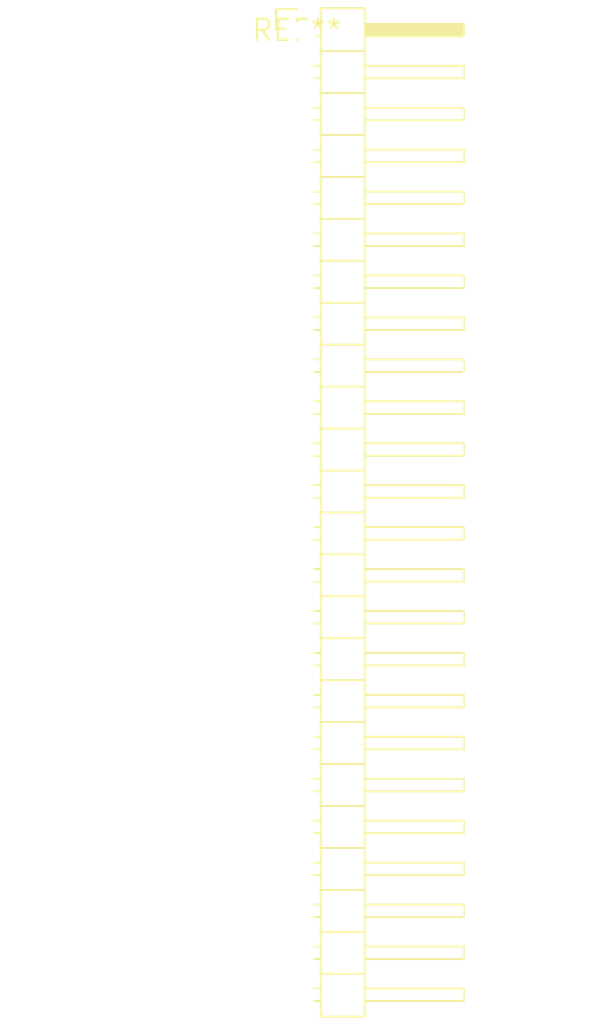
<source format=kicad_pcb>
(kicad_pcb (version 20240108) (generator pcbnew)
  (layers (0 "F.Cu" signal) (31 "B.Cu" signal) (34 "B.Paste" user) (35 "F.Paste" user) (36 "B.SilkS" user "B.Silkscreen") (37 "F.SilkS" user "F.Silkscreen") (38 "B.Mask" user) (39 "F.Mask" user) (44 "Edge.Cuts" user))
  (net 0 "")
  (footprint "PinHeader_1x24_P2.54mm_Horizontal" (layer "F.Cu") (at 0 0)
    (property "Reference" "REF**")
    (property "Value" "PinHeader_1x24_P2.54mm_Horizontal")
    (fp_line (start -1.27 -1.27) (end 0 -1.27) (layer "F.SilkS") (stroke (width 0.12)))
    (fp_line (start -1.27 0) (end -1.27 -1.27) (layer "F.SilkS") (stroke (width 0.12)))
    (fp_line (start 1.042929 2.16) (end 1.44 2.16) (layer "F.SilkS") (stroke (width 0.12)))
    (fp_line (start 1.042929 2.92) (end 1.44 2.92) (layer "F.SilkS") (stroke (width 0.12)))
    (fp_line (start 1.042929 4.7) (end 1.44 4.7) (layer "F.SilkS") (stroke (width 0.12)))
    (fp_line (start 1.042929 5.46) (end 1.44 5.46) (layer "F.SilkS") (stroke (width 0.12)))
    (fp_line (start 1.042929 7.24) (end 1.44 7.24) (layer "F.SilkS") (stroke (width 0.12)))
    (fp_line (start 1.042929 8) (end 1.44 8) (layer "F.SilkS") (stroke (width 0.12)))
    (fp_line (start 1.042929 9.78) (end 1.44 9.78) (layer "F.SilkS") (stroke (width 0.12)))
    (fp_line (start 1.042929 10.54) (end 1.44 10.54) (layer "F.SilkS") (stroke (width 0.12)))
    (fp_line (start 1.042929 12.32) (end 1.44 12.32) (layer "F.SilkS") (stroke (width 0.12)))
    (fp_line (start 1.042929 13.08) (end 1.44 13.08) (layer "F.SilkS") (stroke (width 0.12)))
    (fp_line (start 1.042929 14.86) (end 1.44 14.86) (layer "F.SilkS") (stroke (width 0.12)))
    (fp_line (start 1.042929 15.62) (end 1.44 15.62) (layer "F.SilkS") (stroke (width 0.12)))
    (fp_line (start 1.042929 17.4) (end 1.44 17.4) (layer "F.SilkS") (stroke (width 0.12)))
    (fp_line (start 1.042929 18.16) (end 1.44 18.16) (layer "F.SilkS") (stroke (width 0.12)))
    (fp_line (start 1.042929 19.94) (end 1.44 19.94) (layer "F.SilkS") (stroke (width 0.12)))
    (fp_line (start 1.042929 20.7) (end 1.44 20.7) (layer "F.SilkS") (stroke (width 0.12)))
    (fp_line (start 1.042929 22.48) (end 1.44 22.48) (layer "F.SilkS") (stroke (width 0.12)))
    (fp_line (start 1.042929 23.24) (end 1.44 23.24) (layer "F.SilkS") (stroke (width 0.12)))
    (fp_line (start 1.042929 25.02) (end 1.44 25.02) (layer "F.SilkS") (stroke (width 0.12)))
    (fp_line (start 1.042929 25.78) (end 1.44 25.78) (layer "F.SilkS") (stroke (width 0.12)))
    (fp_line (start 1.042929 27.56) (end 1.44 27.56) (layer "F.SilkS") (stroke (width 0.12)))
    (fp_line (start 1.042929 28.32) (end 1.44 28.32) (layer "F.SilkS") (stroke (width 0.12)))
    (fp_line (start 1.042929 30.1) (end 1.44 30.1) (layer "F.SilkS") (stroke (width 0.12)))
    (fp_line (start 1.042929 30.86) (end 1.44 30.86) (layer "F.SilkS") (stroke (width 0.12)))
    (fp_line (start 1.042929 32.64) (end 1.44 32.64) (layer "F.SilkS") (stroke (width 0.12)))
    (fp_line (start 1.042929 33.4) (end 1.44 33.4) (layer "F.SilkS") (stroke (width 0.12)))
    (fp_line (start 1.042929 35.18) (end 1.44 35.18) (layer "F.SilkS") (stroke (width 0.12)))
    (fp_line (start 1.042929 35.94) (end 1.44 35.94) (layer "F.SilkS") (stroke (width 0.12)))
    (fp_line (start 1.042929 37.72) (end 1.44 37.72) (layer "F.SilkS") (stroke (width 0.12)))
    (fp_line (start 1.042929 38.48) (end 1.44 38.48) (layer "F.SilkS") (stroke (width 0.12)))
    (fp_line (start 1.042929 40.26) (end 1.44 40.26) (layer "F.SilkS") (stroke (width 0.12)))
    (fp_line (start 1.042929 41.02) (end 1.44 41.02) (layer "F.SilkS") (stroke (width 0.12)))
    (fp_line (start 1.042929 42.8) (end 1.44 42.8) (layer "F.SilkS") (stroke (width 0.12)))
    (fp_line (start 1.042929 43.56) (end 1.44 43.56) (layer "F.SilkS") (stroke (width 0.12)))
    (fp_line (start 1.042929 45.34) (end 1.44 45.34) (layer "F.SilkS") (stroke (width 0.12)))
    (fp_line (start 1.042929 46.1) (end 1.44 46.1) (layer "F.SilkS") (stroke (width 0.12)))
    (fp_line (start 1.042929 47.88) (end 1.44 47.88) (layer "F.SilkS") (stroke (width 0.12)))
    (fp_line (start 1.042929 48.64) (end 1.44 48.64) (layer "F.SilkS") (stroke (width 0.12)))
    (fp_line (start 1.042929 50.42) (end 1.44 50.42) (layer "F.SilkS") (stroke (width 0.12)))
    (fp_line (start 1.042929 51.18) (end 1.44 51.18) (layer "F.SilkS") (stroke (width 0.12)))
    (fp_line (start 1.042929 52.96) (end 1.44 52.96) (layer "F.SilkS") (stroke (width 0.12)))
    (fp_line (start 1.042929 53.72) (end 1.44 53.72) (layer "F.SilkS") (stroke (width 0.12)))
    (fp_line (start 1.042929 55.5) (end 1.44 55.5) (layer "F.SilkS") (stroke (width 0.12)))
    (fp_line (start 1.042929 56.26) (end 1.44 56.26) (layer "F.SilkS") (stroke (width 0.12)))
    (fp_line (start 1.042929 58.04) (end 1.44 58.04) (layer "F.SilkS") (stroke (width 0.12)))
    (fp_line (start 1.042929 58.8) (end 1.44 58.8) (layer "F.SilkS") (stroke (width 0.12)))
    (fp_line (start 1.11 -0.38) (end 1.44 -0.38) (layer "F.SilkS") (stroke (width 0.12)))
    (fp_line (start 1.11 0.38) (end 1.44 0.38) (layer "F.SilkS") (stroke (width 0.12)))
    (fp_line (start 1.44 -1.33) (end 1.44 59.75) (layer "F.SilkS") (stroke (width 0.12)))
    (fp_line (start 1.44 1.27) (end 4.1 1.27) (layer "F.SilkS") (stroke (width 0.12)))
    (fp_line (start 1.44 3.81) (end 4.1 3.81) (layer "F.SilkS") (stroke (width 0.12)))
    (fp_line (start 1.44 6.35) (end 4.1 6.35) (layer "F.SilkS") (stroke (width 0.12)))
    (fp_line (start 1.44 8.89) (end 4.1 8.89) (layer "F.SilkS") (stroke (width 0.12)))
    (fp_line (start 1.44 11.43) (end 4.1 11.43) (layer "F.SilkS") (stroke (width 0.12)))
    (fp_line (start 1.44 13.97) (end 4.1 13.97) (layer "F.SilkS") (stroke (width 0.12)))
    (fp_line (start 1.44 16.51) (end 4.1 16.51) (layer "F.SilkS") (stroke (width 0.12)))
    (fp_line (start 1.44 19.05) (end 4.1 19.05) (layer "F.SilkS") (stroke (width 0.12)))
    (fp_line (start 1.44 21.59) (end 4.1 21.59) (layer "F.SilkS") (stroke (width 0.12)))
    (fp_line (start 1.44 24.13) (end 4.1 24.13) (layer "F.SilkS") (stroke (width 0.12)))
    (fp_line (start 1.44 26.67) (end 4.1 26.67) (layer "F.SilkS") (stroke (width 0.12)))
    (fp_line (start 1.44 29.21) (end 4.1 29.21) (layer "F.SilkS") (stroke (width 0.12)))
    (fp_line (start 1.44 31.75) (end 4.1 31.75) (layer "F.SilkS") (stroke (width 0.12)))
    (fp_line (start 1.44 34.29) (end 4.1 34.29) (layer "F.SilkS") (stroke (width 0.12)))
    (fp_line (start 1.44 36.83) (end 4.1 36.83) (layer "F.SilkS") (stroke (width 0.12)))
    (fp_line (start 1.44 39.37) (end 4.1 39.37) (layer "F.SilkS") (stroke (width 0.12)))
    (fp_line (start 1.44 41.91) (end 4.1 41.91) (layer "F.SilkS") (stroke (width 0.12)))
    (fp_line (start 1.44 44.45) (end 4.1 44.45) (layer "F.SilkS") (stroke (width 0.12)))
    (fp_line (start 1.44 46.99) (end 4.1 46.99) (layer "F.SilkS") (stroke (width 0.12)))
    (fp_line (start 1.44 49.53) (end 4.1 49.53) (layer "F.SilkS") (stroke (width 0.12)))
    (fp_line (start 1.44 52.07) (end 4.1 52.07) (layer "F.SilkS") (stroke (width 0.12)))
    (fp_line (start 1.44 54.61) (end 4.1 54.61) (layer "F.SilkS") (stroke (width 0.12)))
    (fp_line (start 1.44 57.15) (end 4.1 57.15) (layer "F.SilkS") (stroke (width 0.12)))
    (fp_line (start 1.44 59.75) (end 4.1 59.75) (layer "F.SilkS") (stroke (width 0.12)))
    (fp_line (start 4.1 -1.33) (end 1.44 -1.33) (layer "F.SilkS") (stroke (width 0.12)))
    (fp_line (start 4.1 -0.38) (end 10.1 -0.38) (layer "F.SilkS") (stroke (width 0.12)))
    (fp_line (start 4.1 -0.32) (end 10.1 -0.32) (layer "F.SilkS") (stroke (width 0.12)))
    (fp_line (start 4.1 -0.2) (end 10.1 -0.2) (layer "F.SilkS") (stroke (width 0.12)))
    (fp_line (start 4.1 -0.08) (end 10.1 -0.08) (layer "F.SilkS") (stroke (width 0.12)))
    (fp_line (start 4.1 0.04) (end 10.1 0.04) (layer "F.SilkS") (stroke (width 0.12)))
    (fp_line (start 4.1 0.16) (end 10.1 0.16) (layer "F.SilkS") (stroke (width 0.12)))
    (fp_line (start 4.1 0.28) (end 10.1 0.28) (layer "F.SilkS") (stroke (width 0.12)))
    (fp_line (start 4.1 2.16) (end 10.1 2.16) (layer "F.SilkS") (stroke (width 0.12)))
    (fp_line (start 4.1 4.7) (end 10.1 4.7) (layer "F.SilkS") (stroke (width 0.12)))
    (fp_line (start 4.1 7.24) (end 10.1 7.24) (layer "F.SilkS") (stroke (width 0.12)))
    (fp_line (start 4.1 9.78) (end 10.1 9.78) (layer "F.SilkS") (stroke (width 0.12)))
    (fp_line (start 4.1 12.32) (end 10.1 12.32) (layer "F.SilkS") (stroke (width 0.12)))
    (fp_line (start 4.1 14.86) (end 10.1 14.86) (layer "F.SilkS") (stroke (width 0.12)))
    (fp_line (start 4.1 17.4) (end 10.1 17.4) (layer "F.SilkS") (stroke (width 0.12)))
    (fp_line (start 4.1 19.94) (end 10.1 19.94) (layer "F.SilkS") (stroke (width 0.12)))
    (fp_line (start 4.1 22.48) (end 10.1 22.48) (layer "F.SilkS") (stroke (width 0.12)))
    (fp_line (start 4.1 25.02) (end 10.1 25.02) (layer "F.SilkS") (stroke (width 0.12)))
    (fp_line (start 4.1 27.56) (end 10.1 27.56) (layer "F.SilkS") (stroke (width 0.12)))
    (fp_line (start 4.1 30.1) (end 10.1 30.1) (layer "F.SilkS") (stroke (width 0.12)))
    (fp_line (start 4.1 32.64) (end 10.1 32.64) (layer "F.SilkS") (stroke (width 0.12)))
    (fp_line (start 4.1 35.18) (end 10.1 35.18) (layer "F.SilkS") (stroke (width 0.12)))
    (fp_line (start 4.1 37.72) (end 10.1 37.72) (layer "F.SilkS") (stroke (width 0.12)))
    (fp_line (start 4.1 40.26) (end 10.1 40.26) (layer "F.SilkS") (stroke (width 0.12)))
    (fp_line (start 4.1 42.8) (end 10.1 42.8) (layer "F.SilkS") (stroke (width 0.12)))
    (fp_line (start 4.1 45.34) (end 10.1 45.34) (layer "F.SilkS") (stroke (width 0.12)))
    (fp_line (start 4.1 47.88) (end 10.1 47.88) (layer "F.SilkS") (stroke (width 0.12)))
    (fp_line (start 4.1 50.42) (end 10.1 50.42) (layer "F.SilkS") (stroke (width 0.12)))
    (fp_line (start 4.1 52.96) (end 10.1 52.96) (layer "F.SilkS") (stroke (width 0.12)))
    (fp_line (start 4.1 55.5) (end 10.1 55.5) (layer "F.SilkS") (stroke (width 0.12)))
    (fp_line (start 4.1 58.04) (end 10.1 58.04) (layer "F.SilkS") (stroke (width 0.12)))
    (fp_line (start 4.1 59.75) (end 4.1 -1.33) (layer "F.SilkS") (stroke (width 0.12)))
    (fp_line (start 10.1 -0.38) (end 10.1 0.38) (layer "F.SilkS") (stroke (width 0.12)))
    (fp_line (start 10.1 0.38) (end 4.1 0.38) (layer "F.SilkS") (stroke (width 0.12)))
    (fp_line (start 10.1 2.16) (end 10.1 2.92) (layer "F.SilkS") (stroke (width 0.12)))
    (fp_line (start 10.1 2.92) (end 4.1 2.92) (layer "F.SilkS") (stroke (width 0.12)))
    (fp_line (start 10.1 4.7) (end 10.1 5.46) (layer "F.SilkS") (stroke (width 0.12)))
    (fp_line (start 10.1 5.46) (end 4.1 5.46) (layer "F.SilkS") (stroke (width 0.12)))
    (fp_line (start 10.1 7.24) (end 10.1 8) (layer "F.SilkS") (stroke (width 0.12)))
    (fp_line (start 10.1 8) (end 4.1 8) (layer "F.SilkS") (stroke (width 0.12)))
    (fp_line (start 10.1 9.78) (end 10.1 10.54) (layer "F.SilkS") (stroke (width 0.12)))
    (fp_line (start 10.1 10.54) (end 4.1 10.54) (layer "F.SilkS") (stroke (width 0.12)))
    (fp_line (start 10.1 12.32) (end 10.1 13.08) (layer "F.SilkS") (stroke (width 0.12)))
    (fp_line (start 10.1 13.08) (end 4.1 13.08) (layer "F.SilkS") (stroke (width 0.12)))
    (fp_line (start 10.1 14.86) (end 10.1 15.62) (layer "F.SilkS") (stroke (width 0.12)))
    (fp_line (start 10.1 15.62) (end 4.1 15.62) (layer "F.SilkS") (stroke (width 0.12)))
    (fp_line (start 10.1 17.4) (end 10.1 18.16) (layer "F.SilkS") (stroke (width 0.12)))
    (fp_line (start 10.1 18.16) (end 4.1 18.16) (layer "F.SilkS") (stroke (width 0.12)))
    (fp_line (start 10.1 19.94) (end 10.1 20.7) (layer "F.SilkS") (stroke (width 0.12)))
    (fp_line (start 10.1 20.7) (end 4.1 20.7) (layer "F.SilkS") (stroke (width 0.12)))
    (fp_line (start 10.1 22.48) (end 10.1 23.24) (layer "F.SilkS") (stroke (width 0.12)))
    (fp_line (start 10.1 23.24) (end 4.1 23.24) (layer "F.SilkS") (stroke (width 0.12)))
    (fp_line (start 10.1 25.02) (end 10.1 25.78) (layer "F.SilkS") (stroke (width 0.12)))
    (fp_line (start 10.1 25.78) (end 4.1 25.78) (layer "F.SilkS") (stroke (width 0.12)))
    (fp_line (start 10.1 27.56) (end 10.1 28.32) (layer "F.SilkS") (stroke (width 0.12)))
    (fp_line (start 10.1 28.32) (end 4.1 28.32) (layer "F.SilkS") (stroke (width 0.12)))
    (fp_line (start 10.1 30.1) (end 10.1 30.86) (layer "F.SilkS") (stroke (width 0.12)))
    (fp_line (start 10.1 30.86) (end 4.1 30.86) (layer "F.SilkS") (stroke (width 0.12)))
    (fp_line (start 10.1 32.64) (end 10.1 33.4) (layer "F.SilkS") (stroke (width 0.12)))
    (fp_line (start 10.1 33.4) (end 4.1 33.4) (layer "F.SilkS") (stroke (width 0.12)))
    (fp_line (start 10.1 35.18) (end 10.1 35.94) (layer "F.SilkS") (stroke (width 0.12)))
    (fp_line (start 10.1 35.94) (end 4.1 35.94) (layer "F.SilkS") (stroke (width 0.12)))
    (fp_line (start 10.1 37.72) (end 10.1 38.48) (layer "F.SilkS") (stroke (width 0.12)))
    (fp_line (start 10.1 38.48) (end 4.1 38.48) (layer "F.SilkS") (stroke (width 0.12)))
    (fp_line (start 10.1 40.26) (end 10.1 41.02) (layer "F.SilkS") (stroke (width 0.12)))
    (fp_line (start 10.1 41.02) (end 4.1 41.02) (layer "F.SilkS") (stroke (width 0.12)))
    (fp_line (start 10.1 42.8) (end 10.1 43.56) (layer "F.SilkS") (stroke (width 0.12)))
    (fp_line (start 10.1 43.56) (end 4.1 43.56) (layer "F.SilkS") (stroke (width 0.12)))
    (fp_line (start 10.1 45.34) (end 10.1 46.1) (layer "F.SilkS") (stroke (width 0.12)))
    (fp_line (start 10.1 46.1) (end 4.1 46.1) (layer "F.SilkS") (stroke (width 0.12)))
    (fp_line (start 10.1 47.88) (end 10.1 48.64) (layer "F.SilkS") (stroke (width 0.12)))
    (fp_line (start 10.1 48.64) (end 4.1 48.64) (layer "F.SilkS") (stroke (width 0.12)))
    (fp_line (start 10.1 50.42) (end 10.1 51.18) (layer "F.SilkS") (stroke (width 0.12)))
    (fp_line (start 10.1 51.18) (end 4.1 51.18) (layer "F.SilkS") (stroke (width 0.12)))
    (fp_line (start 10.1 52.96) (end 10.1 53.72) (layer "F.SilkS") (stroke (width 0.12)))
    (fp_line (start 10.1 53.72) (end 4.1 53.72) (layer "F.SilkS") (stroke (width 0.12)))
    (fp_line (start 10.1 55.5) (end 10.1 56.26) (layer "F.SilkS") (stroke (width 0.12)))
    (fp_line (start 10.1 56.26) (end 4.1 56.26) (layer "F.SilkS") (stroke (width 0.12)))
    (fp_line (start 10.1 58.04) (end 10.1 58.8) (layer "F.SilkS") (stroke (width 0.12)))
    (fp_line (start 10.1 58.8) (end 4.1 58.8) (layer "F.SilkS") (stroke (width 0.12)))
    (pad "1" thru_hole rect (at 0 0) (size 1.7 1.7) (drill 1) (layers *.Cu *.Mask) (remove_unused_layers))
    (pad "2" thru_hole oval (at 0 2.54) (size 1.7 1.7) (drill 1) (layers *.Cu *.Mask) (remove_unused_layers))
    (pad "3" thru_hole oval (at 0 5.08) (size 1.7 1.7) (drill 1) (layers *.Cu *.Mask) (remove_unused_layers))
    (pad "4" thru_hole oval (at 0 7.62) (size 1.7 1.7) (drill 1) (layers *.Cu *.Mask) (remove_unused_layers))
    (pad "5" thru_hole oval (at 0 10.16) (size 1.7 1.7) (drill 1) (layers *.Cu *.Mask) (remove_unused_layers))
    (pad "6" thru_hole oval (at 0 12.7) (size 1.7 1.7) (drill 1) (layers *.Cu *.Mask) (remove_unused_layers))
    (pad "7" thru_hole oval (at 0 15.24) (size 1.7 1.7) (drill 1) (layers *.Cu *.Mask) (remove_unused_layers))
    (pad "8" thru_hole oval (at 0 17.78) (size 1.7 1.7) (drill 1) (layers *.Cu *.Mask) (remove_unused_layers))
    (pad "9" thru_hole oval (at 0 20.32) (size 1.7 1.7) (drill 1) (layers *.Cu *.Mask) (remove_unused_layers))
    (pad "10" thru_hole oval (at 0 22.86) (size 1.7 1.7) (drill 1) (layers *.Cu *.Mask) (remove_unused_layers))
    (pad "11" thru_hole oval (at 0 25.4) (size 1.7 1.7) (drill 1) (layers *.Cu *.Mask) (remove_unused_layers))
    (pad "12" thru_hole oval (at 0 27.94) (size 1.7 1.7) (drill 1) (layers *.Cu *.Mask) (remove_unused_layers))
    (pad "13" thru_hole oval (at 0 30.48) (size 1.7 1.7) (drill 1) (layers *.Cu *.Mask) (remove_unused_layers))
    (pad "14" thru_hole oval (at 0 33.02) (size 1.7 1.7) (drill 1) (layers *.Cu *.Mask) (remove_unused_layers))
    (pad "15" thru_hole oval (at 0 35.56) (size 1.7 1.7) (drill 1) (layers *.Cu *.Mask) (remove_unused_layers))
    (pad "16" thru_hole oval (at 0 38.1) (size 1.7 1.7) (drill 1) (layers *.Cu *.Mask) (remove_unused_layers))
    (pad "17" thru_hole oval (at 0 40.64) (size 1.7 1.7) (drill 1) (layers *.Cu *.Mask) (remove_unused_layers))
    (pad "18" thru_hole oval (at 0 43.18) (size 1.7 1.7) (drill 1) (layers *.Cu *.Mask) (remove_unused_layers))
    (pad "19" thru_hole oval (at 0 45.72) (size 1.7 1.7) (drill 1) (layers *.Cu *.Mask) (remove_unused_layers))
    (pad "20" thru_hole oval (at 0 48.26) (size 1.7 1.7) (drill 1) (layers *.Cu *.Mask) (remove_unused_layers))
    (pad "21" thru_hole oval (at 0 50.8) (size 1.7 1.7) (drill 1) (layers *.Cu *.Mask) (remove_unused_layers))
    (pad "22" thru_hole oval (at 0 53.34) (size 1.7 1.7) (drill 1) (layers *.Cu *.Mask) (remove_unused_layers))
    (pad "23" thru_hole oval (at 0 55.88) (size 1.7 1.7) (drill 1) (layers *.Cu *.Mask) (remove_unused_layers))
    (pad "24" thru_hole oval (at 0 58.42) (size 1.7 1.7) (drill 1) (layers *.Cu *.Mask) (remove_unused_layers))
  )
)
</source>
